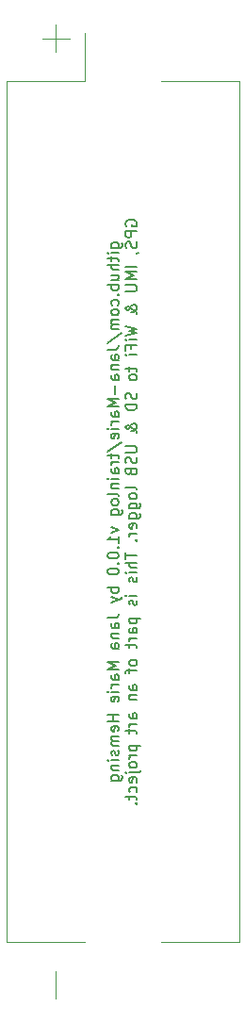
<source format=gbo>
G04 #@! TF.GenerationSoftware,KiCad,Pcbnew,6.0.2+dfsg-1*
G04 #@! TF.CreationDate,2022-06-20T13:27:44+02:00*
G04 #@! TF.ProjectId,trainlog,74726169-6e6c-46f6-972e-6b696361645f,rev?*
G04 #@! TF.SameCoordinates,Original*
G04 #@! TF.FileFunction,Legend,Bot*
G04 #@! TF.FilePolarity,Positive*
%FSLAX46Y46*%
G04 Gerber Fmt 4.6, Leading zero omitted, Abs format (unit mm)*
G04 Created by KiCad (PCBNEW 6.0.2+dfsg-1) date 2022-06-20 13:27:44*
%MOMM*%
%LPD*%
G01*
G04 APERTURE LIST*
%ADD10C,0.150000*%
%ADD11C,0.120000*%
G04 APERTURE END LIST*
D10*
X98980714Y-76309523D02*
X99790238Y-76309523D01*
X99885476Y-76261904D01*
X99933095Y-76214285D01*
X99980714Y-76119047D01*
X99980714Y-75976190D01*
X99933095Y-75880952D01*
X99599761Y-76309523D02*
X99647380Y-76214285D01*
X99647380Y-76023809D01*
X99599761Y-75928571D01*
X99552142Y-75880952D01*
X99456904Y-75833333D01*
X99171190Y-75833333D01*
X99075952Y-75880952D01*
X99028333Y-75928571D01*
X98980714Y-76023809D01*
X98980714Y-76214285D01*
X99028333Y-76309523D01*
X99647380Y-76785714D02*
X98980714Y-76785714D01*
X98647380Y-76785714D02*
X98695000Y-76738095D01*
X98742619Y-76785714D01*
X98695000Y-76833333D01*
X98647380Y-76785714D01*
X98742619Y-76785714D01*
X98980714Y-77119047D02*
X98980714Y-77500000D01*
X98647380Y-77261904D02*
X99504523Y-77261904D01*
X99599761Y-77309523D01*
X99647380Y-77404761D01*
X99647380Y-77500000D01*
X99647380Y-77833333D02*
X98647380Y-77833333D01*
X99647380Y-78261904D02*
X99123571Y-78261904D01*
X99028333Y-78214285D01*
X98980714Y-78119047D01*
X98980714Y-77976190D01*
X99028333Y-77880952D01*
X99075952Y-77833333D01*
X98980714Y-79166666D02*
X99647380Y-79166666D01*
X98980714Y-78738095D02*
X99504523Y-78738095D01*
X99599761Y-78785714D01*
X99647380Y-78880952D01*
X99647380Y-79023809D01*
X99599761Y-79119047D01*
X99552142Y-79166666D01*
X99647380Y-79642857D02*
X98647380Y-79642857D01*
X99028333Y-79642857D02*
X98980714Y-79738095D01*
X98980714Y-79928571D01*
X99028333Y-80023809D01*
X99075952Y-80071428D01*
X99171190Y-80119047D01*
X99456904Y-80119047D01*
X99552142Y-80071428D01*
X99599761Y-80023809D01*
X99647380Y-79928571D01*
X99647380Y-79738095D01*
X99599761Y-79642857D01*
X99552142Y-80547619D02*
X99599761Y-80595238D01*
X99647380Y-80547619D01*
X99599761Y-80500000D01*
X99552142Y-80547619D01*
X99647380Y-80547619D01*
X99599761Y-81452380D02*
X99647380Y-81357142D01*
X99647380Y-81166666D01*
X99599761Y-81071428D01*
X99552142Y-81023809D01*
X99456904Y-80976190D01*
X99171190Y-80976190D01*
X99075952Y-81023809D01*
X99028333Y-81071428D01*
X98980714Y-81166666D01*
X98980714Y-81357142D01*
X99028333Y-81452380D01*
X99647380Y-82023809D02*
X99599761Y-81928571D01*
X99552142Y-81880952D01*
X99456904Y-81833333D01*
X99171190Y-81833333D01*
X99075952Y-81880952D01*
X99028333Y-81928571D01*
X98980714Y-82023809D01*
X98980714Y-82166666D01*
X99028333Y-82261904D01*
X99075952Y-82309523D01*
X99171190Y-82357142D01*
X99456904Y-82357142D01*
X99552142Y-82309523D01*
X99599761Y-82261904D01*
X99647380Y-82166666D01*
X99647380Y-82023809D01*
X99647380Y-82785714D02*
X98980714Y-82785714D01*
X99075952Y-82785714D02*
X99028333Y-82833333D01*
X98980714Y-82928571D01*
X98980714Y-83071428D01*
X99028333Y-83166666D01*
X99123571Y-83214285D01*
X99647380Y-83214285D01*
X99123571Y-83214285D02*
X99028333Y-83261904D01*
X98980714Y-83357142D01*
X98980714Y-83500000D01*
X99028333Y-83595238D01*
X99123571Y-83642857D01*
X99647380Y-83642857D01*
X98599761Y-84833333D02*
X99885476Y-83976190D01*
X98647380Y-85452380D02*
X99361666Y-85452380D01*
X99504523Y-85404761D01*
X99599761Y-85309523D01*
X99647380Y-85166666D01*
X99647380Y-85071428D01*
X99647380Y-86357142D02*
X99123571Y-86357142D01*
X99028333Y-86309523D01*
X98980714Y-86214285D01*
X98980714Y-86023809D01*
X99028333Y-85928571D01*
X99599761Y-86357142D02*
X99647380Y-86261904D01*
X99647380Y-86023809D01*
X99599761Y-85928571D01*
X99504523Y-85880952D01*
X99409285Y-85880952D01*
X99314047Y-85928571D01*
X99266428Y-86023809D01*
X99266428Y-86261904D01*
X99218809Y-86357142D01*
X98980714Y-86833333D02*
X99647380Y-86833333D01*
X99075952Y-86833333D02*
X99028333Y-86880952D01*
X98980714Y-86976190D01*
X98980714Y-87119047D01*
X99028333Y-87214285D01*
X99123571Y-87261904D01*
X99647380Y-87261904D01*
X99647380Y-88166666D02*
X99123571Y-88166666D01*
X99028333Y-88119047D01*
X98980714Y-88023809D01*
X98980714Y-87833333D01*
X99028333Y-87738095D01*
X99599761Y-88166666D02*
X99647380Y-88071428D01*
X99647380Y-87833333D01*
X99599761Y-87738095D01*
X99504523Y-87690476D01*
X99409285Y-87690476D01*
X99314047Y-87738095D01*
X99266428Y-87833333D01*
X99266428Y-88071428D01*
X99218809Y-88166666D01*
X99266428Y-88642857D02*
X99266428Y-89404761D01*
X99647380Y-89880952D02*
X98647380Y-89880952D01*
X99361666Y-90214285D01*
X98647380Y-90547619D01*
X99647380Y-90547619D01*
X99647380Y-91452380D02*
X99123571Y-91452380D01*
X99028333Y-91404761D01*
X98980714Y-91309523D01*
X98980714Y-91119047D01*
X99028333Y-91023809D01*
X99599761Y-91452380D02*
X99647380Y-91357142D01*
X99647380Y-91119047D01*
X99599761Y-91023809D01*
X99504523Y-90976190D01*
X99409285Y-90976190D01*
X99314047Y-91023809D01*
X99266428Y-91119047D01*
X99266428Y-91357142D01*
X99218809Y-91452380D01*
X99647380Y-91928571D02*
X98980714Y-91928571D01*
X99171190Y-91928571D02*
X99075952Y-91976190D01*
X99028333Y-92023809D01*
X98980714Y-92119047D01*
X98980714Y-92214285D01*
X99647380Y-92547619D02*
X98980714Y-92547619D01*
X98647380Y-92547619D02*
X98695000Y-92500000D01*
X98742619Y-92547619D01*
X98695000Y-92595238D01*
X98647380Y-92547619D01*
X98742619Y-92547619D01*
X99599761Y-93404761D02*
X99647380Y-93309523D01*
X99647380Y-93119047D01*
X99599761Y-93023809D01*
X99504523Y-92976190D01*
X99123571Y-92976190D01*
X99028333Y-93023809D01*
X98980714Y-93119047D01*
X98980714Y-93309523D01*
X99028333Y-93404761D01*
X99123571Y-93452380D01*
X99218809Y-93452380D01*
X99314047Y-92976190D01*
X98599761Y-94595238D02*
X99885476Y-93738095D01*
X98980714Y-94785714D02*
X98980714Y-95166666D01*
X98647380Y-94928571D02*
X99504523Y-94928571D01*
X99599761Y-94976190D01*
X99647380Y-95071428D01*
X99647380Y-95166666D01*
X99647380Y-95500000D02*
X98980714Y-95500000D01*
X99171190Y-95500000D02*
X99075952Y-95547619D01*
X99028333Y-95595238D01*
X98980714Y-95690476D01*
X98980714Y-95785714D01*
X99647380Y-96547619D02*
X99123571Y-96547619D01*
X99028333Y-96500000D01*
X98980714Y-96404761D01*
X98980714Y-96214285D01*
X99028333Y-96119047D01*
X99599761Y-96547619D02*
X99647380Y-96452380D01*
X99647380Y-96214285D01*
X99599761Y-96119047D01*
X99504523Y-96071428D01*
X99409285Y-96071428D01*
X99314047Y-96119047D01*
X99266428Y-96214285D01*
X99266428Y-96452380D01*
X99218809Y-96547619D01*
X99647380Y-97023809D02*
X98980714Y-97023809D01*
X98647380Y-97023809D02*
X98695000Y-96976190D01*
X98742619Y-97023809D01*
X98695000Y-97071428D01*
X98647380Y-97023809D01*
X98742619Y-97023809D01*
X98980714Y-97500000D02*
X99647380Y-97500000D01*
X99075952Y-97500000D02*
X99028333Y-97547619D01*
X98980714Y-97642857D01*
X98980714Y-97785714D01*
X99028333Y-97880952D01*
X99123571Y-97928571D01*
X99647380Y-97928571D01*
X99647380Y-98547619D02*
X99599761Y-98452380D01*
X99504523Y-98404761D01*
X98647380Y-98404761D01*
X99647380Y-99071428D02*
X99599761Y-98976190D01*
X99552142Y-98928571D01*
X99456904Y-98880952D01*
X99171190Y-98880952D01*
X99075952Y-98928571D01*
X99028333Y-98976190D01*
X98980714Y-99071428D01*
X98980714Y-99214285D01*
X99028333Y-99309523D01*
X99075952Y-99357142D01*
X99171190Y-99404761D01*
X99456904Y-99404761D01*
X99552142Y-99357142D01*
X99599761Y-99309523D01*
X99647380Y-99214285D01*
X99647380Y-99071428D01*
X98980714Y-100261904D02*
X99790238Y-100261904D01*
X99885476Y-100214285D01*
X99933095Y-100166666D01*
X99980714Y-100071428D01*
X99980714Y-99928571D01*
X99933095Y-99833333D01*
X99599761Y-100261904D02*
X99647380Y-100166666D01*
X99647380Y-99976190D01*
X99599761Y-99880952D01*
X99552142Y-99833333D01*
X99456904Y-99785714D01*
X99171190Y-99785714D01*
X99075952Y-99833333D01*
X99028333Y-99880952D01*
X98980714Y-99976190D01*
X98980714Y-100166666D01*
X99028333Y-100261904D01*
X98980714Y-101404761D02*
X99647380Y-101642857D01*
X98980714Y-101880952D01*
X99647380Y-102785714D02*
X99647380Y-102214285D01*
X99647380Y-102500000D02*
X98647380Y-102500000D01*
X98790238Y-102404761D01*
X98885476Y-102309523D01*
X98933095Y-102214285D01*
X99552142Y-103214285D02*
X99599761Y-103261904D01*
X99647380Y-103214285D01*
X99599761Y-103166666D01*
X99552142Y-103214285D01*
X99647380Y-103214285D01*
X98647380Y-103880952D02*
X98647380Y-103976190D01*
X98695000Y-104071428D01*
X98742619Y-104119047D01*
X98837857Y-104166666D01*
X99028333Y-104214285D01*
X99266428Y-104214285D01*
X99456904Y-104166666D01*
X99552142Y-104119047D01*
X99599761Y-104071428D01*
X99647380Y-103976190D01*
X99647380Y-103880952D01*
X99599761Y-103785714D01*
X99552142Y-103738095D01*
X99456904Y-103690476D01*
X99266428Y-103642857D01*
X99028333Y-103642857D01*
X98837857Y-103690476D01*
X98742619Y-103738095D01*
X98695000Y-103785714D01*
X98647380Y-103880952D01*
X99552142Y-104642857D02*
X99599761Y-104690476D01*
X99647380Y-104642857D01*
X99599761Y-104595238D01*
X99552142Y-104642857D01*
X99647380Y-104642857D01*
X98647380Y-105309523D02*
X98647380Y-105404761D01*
X98695000Y-105500000D01*
X98742619Y-105547619D01*
X98837857Y-105595238D01*
X99028333Y-105642857D01*
X99266428Y-105642857D01*
X99456904Y-105595238D01*
X99552142Y-105547619D01*
X99599761Y-105500000D01*
X99647380Y-105404761D01*
X99647380Y-105309523D01*
X99599761Y-105214285D01*
X99552142Y-105166666D01*
X99456904Y-105119047D01*
X99266428Y-105071428D01*
X99028333Y-105071428D01*
X98837857Y-105119047D01*
X98742619Y-105166666D01*
X98695000Y-105214285D01*
X98647380Y-105309523D01*
X99647380Y-106833333D02*
X98647380Y-106833333D01*
X99028333Y-106833333D02*
X98980714Y-106928571D01*
X98980714Y-107119047D01*
X99028333Y-107214285D01*
X99075952Y-107261904D01*
X99171190Y-107309523D01*
X99456904Y-107309523D01*
X99552142Y-107261904D01*
X99599761Y-107214285D01*
X99647380Y-107119047D01*
X99647380Y-106928571D01*
X99599761Y-106833333D01*
X98980714Y-107642857D02*
X99647380Y-107880952D01*
X98980714Y-108119047D02*
X99647380Y-107880952D01*
X99885476Y-107785714D01*
X99933095Y-107738095D01*
X99980714Y-107642857D01*
X98647380Y-109547619D02*
X99361666Y-109547619D01*
X99504523Y-109499999D01*
X99599761Y-109404761D01*
X99647380Y-109261904D01*
X99647380Y-109166666D01*
X99647380Y-110452380D02*
X99123571Y-110452380D01*
X99028333Y-110404761D01*
X98980714Y-110309523D01*
X98980714Y-110119047D01*
X99028333Y-110023809D01*
X99599761Y-110452380D02*
X99647380Y-110357142D01*
X99647380Y-110119047D01*
X99599761Y-110023809D01*
X99504523Y-109976190D01*
X99409285Y-109976190D01*
X99314047Y-110023809D01*
X99266428Y-110119047D01*
X99266428Y-110357142D01*
X99218809Y-110452380D01*
X98980714Y-110928571D02*
X99647380Y-110928571D01*
X99075952Y-110928571D02*
X99028333Y-110976190D01*
X98980714Y-111071428D01*
X98980714Y-111214285D01*
X99028333Y-111309523D01*
X99123571Y-111357142D01*
X99647380Y-111357142D01*
X99647380Y-112261904D02*
X99123571Y-112261904D01*
X99028333Y-112214285D01*
X98980714Y-112119047D01*
X98980714Y-111928571D01*
X99028333Y-111833333D01*
X99599761Y-112261904D02*
X99647380Y-112166666D01*
X99647380Y-111928571D01*
X99599761Y-111833333D01*
X99504523Y-111785714D01*
X99409285Y-111785714D01*
X99314047Y-111833333D01*
X99266428Y-111928571D01*
X99266428Y-112166666D01*
X99218809Y-112261904D01*
X99647380Y-113499999D02*
X98647380Y-113499999D01*
X99361666Y-113833333D01*
X98647380Y-114166666D01*
X99647380Y-114166666D01*
X99647380Y-115071428D02*
X99123571Y-115071428D01*
X99028333Y-115023809D01*
X98980714Y-114928571D01*
X98980714Y-114738095D01*
X99028333Y-114642857D01*
X99599761Y-115071428D02*
X99647380Y-114976190D01*
X99647380Y-114738095D01*
X99599761Y-114642857D01*
X99504523Y-114595238D01*
X99409285Y-114595238D01*
X99314047Y-114642857D01*
X99266428Y-114738095D01*
X99266428Y-114976190D01*
X99218809Y-115071428D01*
X99647380Y-115547619D02*
X98980714Y-115547619D01*
X99171190Y-115547619D02*
X99075952Y-115595238D01*
X99028333Y-115642857D01*
X98980714Y-115738095D01*
X98980714Y-115833333D01*
X99647380Y-116166666D02*
X98980714Y-116166666D01*
X98647380Y-116166666D02*
X98695000Y-116119047D01*
X98742619Y-116166666D01*
X98695000Y-116214285D01*
X98647380Y-116166666D01*
X98742619Y-116166666D01*
X99599761Y-117023809D02*
X99647380Y-116928571D01*
X99647380Y-116738095D01*
X99599761Y-116642857D01*
X99504523Y-116595238D01*
X99123571Y-116595238D01*
X99028333Y-116642857D01*
X98980714Y-116738095D01*
X98980714Y-116928571D01*
X99028333Y-117023809D01*
X99123571Y-117071428D01*
X99218809Y-117071428D01*
X99314047Y-116595238D01*
X99647380Y-118261904D02*
X98647380Y-118261904D01*
X99123571Y-118261904D02*
X99123571Y-118833333D01*
X99647380Y-118833333D02*
X98647380Y-118833333D01*
X99599761Y-119690476D02*
X99647380Y-119595238D01*
X99647380Y-119404761D01*
X99599761Y-119309523D01*
X99504523Y-119261904D01*
X99123571Y-119261904D01*
X99028333Y-119309523D01*
X98980714Y-119404761D01*
X98980714Y-119595238D01*
X99028333Y-119690476D01*
X99123571Y-119738095D01*
X99218809Y-119738095D01*
X99314047Y-119261904D01*
X99647380Y-120166666D02*
X98980714Y-120166666D01*
X99075952Y-120166666D02*
X99028333Y-120214285D01*
X98980714Y-120309523D01*
X98980714Y-120452380D01*
X99028333Y-120547619D01*
X99123571Y-120595238D01*
X99647380Y-120595238D01*
X99123571Y-120595238D02*
X99028333Y-120642857D01*
X98980714Y-120738095D01*
X98980714Y-120880952D01*
X99028333Y-120976190D01*
X99123571Y-121023809D01*
X99647380Y-121023809D01*
X99599761Y-121452380D02*
X99647380Y-121547619D01*
X99647380Y-121738095D01*
X99599761Y-121833333D01*
X99504523Y-121880952D01*
X99456904Y-121880952D01*
X99361666Y-121833333D01*
X99314047Y-121738095D01*
X99314047Y-121595238D01*
X99266428Y-121499999D01*
X99171190Y-121452380D01*
X99123571Y-121452380D01*
X99028333Y-121499999D01*
X98980714Y-121595238D01*
X98980714Y-121738095D01*
X99028333Y-121833333D01*
X99647380Y-122309523D02*
X98980714Y-122309523D01*
X98647380Y-122309523D02*
X98695000Y-122261904D01*
X98742619Y-122309523D01*
X98695000Y-122357142D01*
X98647380Y-122309523D01*
X98742619Y-122309523D01*
X98980714Y-122785714D02*
X99647380Y-122785714D01*
X99075952Y-122785714D02*
X99028333Y-122833333D01*
X98980714Y-122928571D01*
X98980714Y-123071428D01*
X99028333Y-123166666D01*
X99123571Y-123214285D01*
X99647380Y-123214285D01*
X98980714Y-124119047D02*
X99790238Y-124119047D01*
X99885476Y-124071428D01*
X99933095Y-124023809D01*
X99980714Y-123928571D01*
X99980714Y-123785714D01*
X99933095Y-123690476D01*
X99599761Y-124119047D02*
X99647380Y-124023809D01*
X99647380Y-123833333D01*
X99599761Y-123738095D01*
X99552142Y-123690476D01*
X99456904Y-123642857D01*
X99171190Y-123642857D01*
X99075952Y-123690476D01*
X99028333Y-123738095D01*
X98980714Y-123833333D01*
X98980714Y-124023809D01*
X99028333Y-124119047D01*
X100305000Y-74333333D02*
X100257380Y-74238095D01*
X100257380Y-74095238D01*
X100305000Y-73952380D01*
X100400238Y-73857142D01*
X100495476Y-73809523D01*
X100685952Y-73761904D01*
X100828809Y-73761904D01*
X101019285Y-73809523D01*
X101114523Y-73857142D01*
X101209761Y-73952380D01*
X101257380Y-74095238D01*
X101257380Y-74190476D01*
X101209761Y-74333333D01*
X101162142Y-74380952D01*
X100828809Y-74380952D01*
X100828809Y-74190476D01*
X101257380Y-74809523D02*
X100257380Y-74809523D01*
X100257380Y-75190476D01*
X100305000Y-75285714D01*
X100352619Y-75333333D01*
X100447857Y-75380952D01*
X100590714Y-75380952D01*
X100685952Y-75333333D01*
X100733571Y-75285714D01*
X100781190Y-75190476D01*
X100781190Y-74809523D01*
X101209761Y-75761904D02*
X101257380Y-75904761D01*
X101257380Y-76142857D01*
X101209761Y-76238095D01*
X101162142Y-76285714D01*
X101066904Y-76333333D01*
X100971666Y-76333333D01*
X100876428Y-76285714D01*
X100828809Y-76238095D01*
X100781190Y-76142857D01*
X100733571Y-75952380D01*
X100685952Y-75857142D01*
X100638333Y-75809523D01*
X100543095Y-75761904D01*
X100447857Y-75761904D01*
X100352619Y-75809523D01*
X100305000Y-75857142D01*
X100257380Y-75952380D01*
X100257380Y-76190476D01*
X100305000Y-76333333D01*
X101209761Y-76809523D02*
X101257380Y-76809523D01*
X101352619Y-76761904D01*
X101400238Y-76714285D01*
X101257380Y-78000000D02*
X100257380Y-78000000D01*
X101257380Y-78476190D02*
X100257380Y-78476190D01*
X100971666Y-78809523D01*
X100257380Y-79142857D01*
X101257380Y-79142857D01*
X100257380Y-79619047D02*
X101066904Y-79619047D01*
X101162142Y-79666666D01*
X101209761Y-79714285D01*
X101257380Y-79809523D01*
X101257380Y-80000000D01*
X101209761Y-80095238D01*
X101162142Y-80142857D01*
X101066904Y-80190476D01*
X100257380Y-80190476D01*
X101257380Y-82238095D02*
X101257380Y-82190476D01*
X101209761Y-82095238D01*
X101066904Y-81952380D01*
X100781190Y-81714285D01*
X100638333Y-81619047D01*
X100495476Y-81571428D01*
X100400238Y-81571428D01*
X100305000Y-81619047D01*
X100257380Y-81714285D01*
X100257380Y-81761904D01*
X100305000Y-81857142D01*
X100400238Y-81904761D01*
X100447857Y-81904761D01*
X100543095Y-81857142D01*
X100590714Y-81809523D01*
X100781190Y-81523809D01*
X100828809Y-81476190D01*
X100924047Y-81428571D01*
X101066904Y-81428571D01*
X101162142Y-81476190D01*
X101209761Y-81523809D01*
X101257380Y-81619047D01*
X101257380Y-81761904D01*
X101209761Y-81857142D01*
X101162142Y-81904761D01*
X100971666Y-82047619D01*
X100828809Y-82095238D01*
X100733571Y-82095238D01*
X100257380Y-83333333D02*
X101257380Y-83571428D01*
X100543095Y-83761904D01*
X101257380Y-83952380D01*
X100257380Y-84190476D01*
X101257380Y-84571428D02*
X100590714Y-84571428D01*
X100257380Y-84571428D02*
X100305000Y-84523809D01*
X100352619Y-84571428D01*
X100305000Y-84619047D01*
X100257380Y-84571428D01*
X100352619Y-84571428D01*
X100733571Y-85380952D02*
X100733571Y-85047619D01*
X101257380Y-85047619D02*
X100257380Y-85047619D01*
X100257380Y-85523809D01*
X101257380Y-85904761D02*
X100590714Y-85904761D01*
X100257380Y-85904761D02*
X100305000Y-85857142D01*
X100352619Y-85904761D01*
X100305000Y-85952380D01*
X100257380Y-85904761D01*
X100352619Y-85904761D01*
X100590714Y-87000000D02*
X100590714Y-87380952D01*
X100257380Y-87142857D02*
X101114523Y-87142857D01*
X101209761Y-87190476D01*
X101257380Y-87285714D01*
X101257380Y-87380952D01*
X101257380Y-87857142D02*
X101209761Y-87761904D01*
X101162142Y-87714285D01*
X101066904Y-87666666D01*
X100781190Y-87666666D01*
X100685952Y-87714285D01*
X100638333Y-87761904D01*
X100590714Y-87857142D01*
X100590714Y-88000000D01*
X100638333Y-88095238D01*
X100685952Y-88142857D01*
X100781190Y-88190476D01*
X101066904Y-88190476D01*
X101162142Y-88142857D01*
X101209761Y-88095238D01*
X101257380Y-88000000D01*
X101257380Y-87857142D01*
X101209761Y-89333333D02*
X101257380Y-89476190D01*
X101257380Y-89714285D01*
X101209761Y-89809523D01*
X101162142Y-89857142D01*
X101066904Y-89904761D01*
X100971666Y-89904761D01*
X100876428Y-89857142D01*
X100828809Y-89809523D01*
X100781190Y-89714285D01*
X100733571Y-89523809D01*
X100685952Y-89428571D01*
X100638333Y-89380952D01*
X100543095Y-89333333D01*
X100447857Y-89333333D01*
X100352619Y-89380952D01*
X100305000Y-89428571D01*
X100257380Y-89523809D01*
X100257380Y-89761904D01*
X100305000Y-89904761D01*
X101257380Y-90333333D02*
X100257380Y-90333333D01*
X100257380Y-90571428D01*
X100305000Y-90714285D01*
X100400238Y-90809523D01*
X100495476Y-90857142D01*
X100685952Y-90904761D01*
X100828809Y-90904761D01*
X101019285Y-90857142D01*
X101114523Y-90809523D01*
X101209761Y-90714285D01*
X101257380Y-90571428D01*
X101257380Y-90333333D01*
X101257380Y-92904761D02*
X101257380Y-92857142D01*
X101209761Y-92761904D01*
X101066904Y-92619047D01*
X100781190Y-92380952D01*
X100638333Y-92285714D01*
X100495476Y-92238095D01*
X100400238Y-92238095D01*
X100305000Y-92285714D01*
X100257380Y-92380952D01*
X100257380Y-92428571D01*
X100305000Y-92523809D01*
X100400238Y-92571428D01*
X100447857Y-92571428D01*
X100543095Y-92523809D01*
X100590714Y-92476190D01*
X100781190Y-92190476D01*
X100828809Y-92142857D01*
X100924047Y-92095238D01*
X101066904Y-92095238D01*
X101162142Y-92142857D01*
X101209761Y-92190476D01*
X101257380Y-92285714D01*
X101257380Y-92428571D01*
X101209761Y-92523809D01*
X101162142Y-92571428D01*
X100971666Y-92714285D01*
X100828809Y-92761904D01*
X100733571Y-92761904D01*
X100257380Y-94095238D02*
X101066904Y-94095238D01*
X101162142Y-94142857D01*
X101209761Y-94190476D01*
X101257380Y-94285714D01*
X101257380Y-94476190D01*
X101209761Y-94571428D01*
X101162142Y-94619047D01*
X101066904Y-94666666D01*
X100257380Y-94666666D01*
X101209761Y-95095238D02*
X101257380Y-95238095D01*
X101257380Y-95476190D01*
X101209761Y-95571428D01*
X101162142Y-95619047D01*
X101066904Y-95666666D01*
X100971666Y-95666666D01*
X100876428Y-95619047D01*
X100828809Y-95571428D01*
X100781190Y-95476190D01*
X100733571Y-95285714D01*
X100685952Y-95190476D01*
X100638333Y-95142857D01*
X100543095Y-95095238D01*
X100447857Y-95095238D01*
X100352619Y-95142857D01*
X100305000Y-95190476D01*
X100257380Y-95285714D01*
X100257380Y-95523809D01*
X100305000Y-95666666D01*
X100733571Y-96428571D02*
X100781190Y-96571428D01*
X100828809Y-96619047D01*
X100924047Y-96666666D01*
X101066904Y-96666666D01*
X101162142Y-96619047D01*
X101209761Y-96571428D01*
X101257380Y-96476190D01*
X101257380Y-96095238D01*
X100257380Y-96095238D01*
X100257380Y-96428571D01*
X100305000Y-96523809D01*
X100352619Y-96571428D01*
X100447857Y-96619047D01*
X100543095Y-96619047D01*
X100638333Y-96571428D01*
X100685952Y-96523809D01*
X100733571Y-96428571D01*
X100733571Y-96095238D01*
X101257380Y-98000000D02*
X101209761Y-97904761D01*
X101114523Y-97857142D01*
X100257380Y-97857142D01*
X101257380Y-98523809D02*
X101209761Y-98428571D01*
X101162142Y-98380952D01*
X101066904Y-98333333D01*
X100781190Y-98333333D01*
X100685952Y-98380952D01*
X100638333Y-98428571D01*
X100590714Y-98523809D01*
X100590714Y-98666666D01*
X100638333Y-98761904D01*
X100685952Y-98809523D01*
X100781190Y-98857142D01*
X101066904Y-98857142D01*
X101162142Y-98809523D01*
X101209761Y-98761904D01*
X101257380Y-98666666D01*
X101257380Y-98523809D01*
X100590714Y-99714285D02*
X101400238Y-99714285D01*
X101495476Y-99666666D01*
X101543095Y-99619047D01*
X101590714Y-99523809D01*
X101590714Y-99380952D01*
X101543095Y-99285714D01*
X101209761Y-99714285D02*
X101257380Y-99619047D01*
X101257380Y-99428571D01*
X101209761Y-99333333D01*
X101162142Y-99285714D01*
X101066904Y-99238095D01*
X100781190Y-99238095D01*
X100685952Y-99285714D01*
X100638333Y-99333333D01*
X100590714Y-99428571D01*
X100590714Y-99619047D01*
X100638333Y-99714285D01*
X100590714Y-100619047D02*
X101400238Y-100619047D01*
X101495476Y-100571428D01*
X101543095Y-100523809D01*
X101590714Y-100428571D01*
X101590714Y-100285714D01*
X101543095Y-100190476D01*
X101209761Y-100619047D02*
X101257380Y-100523809D01*
X101257380Y-100333333D01*
X101209761Y-100238095D01*
X101162142Y-100190476D01*
X101066904Y-100142857D01*
X100781190Y-100142857D01*
X100685952Y-100190476D01*
X100638333Y-100238095D01*
X100590714Y-100333333D01*
X100590714Y-100523809D01*
X100638333Y-100619047D01*
X101209761Y-101476190D02*
X101257380Y-101380952D01*
X101257380Y-101190476D01*
X101209761Y-101095238D01*
X101114523Y-101047619D01*
X100733571Y-101047619D01*
X100638333Y-101095238D01*
X100590714Y-101190476D01*
X100590714Y-101380952D01*
X100638333Y-101476190D01*
X100733571Y-101523809D01*
X100828809Y-101523809D01*
X100924047Y-101047619D01*
X101257380Y-101952380D02*
X100590714Y-101952380D01*
X100781190Y-101952380D02*
X100685952Y-102000000D01*
X100638333Y-102047619D01*
X100590714Y-102142857D01*
X100590714Y-102238095D01*
X101162142Y-102571428D02*
X101209761Y-102619047D01*
X101257380Y-102571428D01*
X101209761Y-102523809D01*
X101162142Y-102571428D01*
X101257380Y-102571428D01*
X100257380Y-103666666D02*
X100257380Y-104238095D01*
X101257380Y-103952380D02*
X100257380Y-103952380D01*
X101257380Y-104571428D02*
X100257380Y-104571428D01*
X101257380Y-105000000D02*
X100733571Y-105000000D01*
X100638333Y-104952380D01*
X100590714Y-104857142D01*
X100590714Y-104714285D01*
X100638333Y-104619047D01*
X100685952Y-104571428D01*
X101257380Y-105476190D02*
X100590714Y-105476190D01*
X100257380Y-105476190D02*
X100305000Y-105428571D01*
X100352619Y-105476190D01*
X100305000Y-105523809D01*
X100257380Y-105476190D01*
X100352619Y-105476190D01*
X101209761Y-105904761D02*
X101257380Y-106000000D01*
X101257380Y-106190476D01*
X101209761Y-106285714D01*
X101114523Y-106333333D01*
X101066904Y-106333333D01*
X100971666Y-106285714D01*
X100924047Y-106190476D01*
X100924047Y-106047619D01*
X100876428Y-105952380D01*
X100781190Y-105904761D01*
X100733571Y-105904761D01*
X100638333Y-105952380D01*
X100590714Y-106047619D01*
X100590714Y-106190476D01*
X100638333Y-106285714D01*
X101257380Y-107523809D02*
X100590714Y-107523809D01*
X100257380Y-107523809D02*
X100305000Y-107476190D01*
X100352619Y-107523809D01*
X100305000Y-107571428D01*
X100257380Y-107523809D01*
X100352619Y-107523809D01*
X101209761Y-107952380D02*
X101257380Y-108047619D01*
X101257380Y-108238095D01*
X101209761Y-108333333D01*
X101114523Y-108380952D01*
X101066904Y-108380952D01*
X100971666Y-108333333D01*
X100924047Y-108238095D01*
X100924047Y-108095238D01*
X100876428Y-108000000D01*
X100781190Y-107952380D01*
X100733571Y-107952380D01*
X100638333Y-108000000D01*
X100590714Y-108095238D01*
X100590714Y-108238095D01*
X100638333Y-108333333D01*
X100590714Y-109571428D02*
X101590714Y-109571428D01*
X100638333Y-109571428D02*
X100590714Y-109666666D01*
X100590714Y-109857142D01*
X100638333Y-109952380D01*
X100685952Y-110000000D01*
X100781190Y-110047619D01*
X101066904Y-110047619D01*
X101162142Y-110000000D01*
X101209761Y-109952380D01*
X101257380Y-109857142D01*
X101257380Y-109666666D01*
X101209761Y-109571428D01*
X101257380Y-110904761D02*
X100733571Y-110904761D01*
X100638333Y-110857142D01*
X100590714Y-110761904D01*
X100590714Y-110571428D01*
X100638333Y-110476190D01*
X101209761Y-110904761D02*
X101257380Y-110809523D01*
X101257380Y-110571428D01*
X101209761Y-110476190D01*
X101114523Y-110428571D01*
X101019285Y-110428571D01*
X100924047Y-110476190D01*
X100876428Y-110571428D01*
X100876428Y-110809523D01*
X100828809Y-110904761D01*
X101257380Y-111380952D02*
X100590714Y-111380952D01*
X100781190Y-111380952D02*
X100685952Y-111428571D01*
X100638333Y-111476190D01*
X100590714Y-111571428D01*
X100590714Y-111666666D01*
X100590714Y-111857142D02*
X100590714Y-112238095D01*
X100257380Y-112000000D02*
X101114523Y-112000000D01*
X101209761Y-112047619D01*
X101257380Y-112142857D01*
X101257380Y-112238095D01*
X101257380Y-113476190D02*
X101209761Y-113380952D01*
X101162142Y-113333333D01*
X101066904Y-113285714D01*
X100781190Y-113285714D01*
X100685952Y-113333333D01*
X100638333Y-113380952D01*
X100590714Y-113476190D01*
X100590714Y-113619047D01*
X100638333Y-113714285D01*
X100685952Y-113761904D01*
X100781190Y-113809523D01*
X101066904Y-113809523D01*
X101162142Y-113761904D01*
X101209761Y-113714285D01*
X101257380Y-113619047D01*
X101257380Y-113476190D01*
X100590714Y-114095238D02*
X100590714Y-114476190D01*
X101257380Y-114238095D02*
X100400238Y-114238095D01*
X100305000Y-114285714D01*
X100257380Y-114380952D01*
X100257380Y-114476190D01*
X101257380Y-116000000D02*
X100733571Y-116000000D01*
X100638333Y-115952380D01*
X100590714Y-115857142D01*
X100590714Y-115666666D01*
X100638333Y-115571428D01*
X101209761Y-116000000D02*
X101257380Y-115904761D01*
X101257380Y-115666666D01*
X101209761Y-115571428D01*
X101114523Y-115523809D01*
X101019285Y-115523809D01*
X100924047Y-115571428D01*
X100876428Y-115666666D01*
X100876428Y-115904761D01*
X100828809Y-116000000D01*
X100590714Y-116476190D02*
X101257380Y-116476190D01*
X100685952Y-116476190D02*
X100638333Y-116523809D01*
X100590714Y-116619047D01*
X100590714Y-116761904D01*
X100638333Y-116857142D01*
X100733571Y-116904761D01*
X101257380Y-116904761D01*
X101257380Y-118571428D02*
X100733571Y-118571428D01*
X100638333Y-118523809D01*
X100590714Y-118428571D01*
X100590714Y-118238095D01*
X100638333Y-118142857D01*
X101209761Y-118571428D02*
X101257380Y-118476190D01*
X101257380Y-118238095D01*
X101209761Y-118142857D01*
X101114523Y-118095238D01*
X101019285Y-118095238D01*
X100924047Y-118142857D01*
X100876428Y-118238095D01*
X100876428Y-118476190D01*
X100828809Y-118571428D01*
X101257380Y-119047619D02*
X100590714Y-119047619D01*
X100781190Y-119047619D02*
X100685952Y-119095238D01*
X100638333Y-119142857D01*
X100590714Y-119238095D01*
X100590714Y-119333333D01*
X100590714Y-119523809D02*
X100590714Y-119904761D01*
X100257380Y-119666666D02*
X101114523Y-119666666D01*
X101209761Y-119714285D01*
X101257380Y-119809523D01*
X101257380Y-119904761D01*
X100590714Y-121000000D02*
X101590714Y-121000000D01*
X100638333Y-121000000D02*
X100590714Y-121095238D01*
X100590714Y-121285714D01*
X100638333Y-121380952D01*
X100685952Y-121428571D01*
X100781190Y-121476190D01*
X101066904Y-121476190D01*
X101162142Y-121428571D01*
X101209761Y-121380952D01*
X101257380Y-121285714D01*
X101257380Y-121095238D01*
X101209761Y-121000000D01*
X101257380Y-121904761D02*
X100590714Y-121904761D01*
X100781190Y-121904761D02*
X100685952Y-121952380D01*
X100638333Y-122000000D01*
X100590714Y-122095238D01*
X100590714Y-122190476D01*
X101257380Y-122666666D02*
X101209761Y-122571428D01*
X101162142Y-122523809D01*
X101066904Y-122476190D01*
X100781190Y-122476190D01*
X100685952Y-122523809D01*
X100638333Y-122571428D01*
X100590714Y-122666666D01*
X100590714Y-122809523D01*
X100638333Y-122904761D01*
X100685952Y-122952380D01*
X100781190Y-123000000D01*
X101066904Y-123000000D01*
X101162142Y-122952380D01*
X101209761Y-122904761D01*
X101257380Y-122809523D01*
X101257380Y-122666666D01*
X100590714Y-123428571D02*
X101447857Y-123428571D01*
X101543095Y-123380952D01*
X101590714Y-123285714D01*
X101590714Y-123238095D01*
X100257380Y-123428571D02*
X100305000Y-123380952D01*
X100352619Y-123428571D01*
X100305000Y-123476190D01*
X100257380Y-123428571D01*
X100352619Y-123428571D01*
X101209761Y-124285714D02*
X101257380Y-124190476D01*
X101257380Y-124000000D01*
X101209761Y-123904761D01*
X101114523Y-123857142D01*
X100733571Y-123857142D01*
X100638333Y-123904761D01*
X100590714Y-124000000D01*
X100590714Y-124190476D01*
X100638333Y-124285714D01*
X100733571Y-124333333D01*
X100828809Y-124333333D01*
X100924047Y-123857142D01*
X101209761Y-125190476D02*
X101257380Y-125095238D01*
X101257380Y-124904761D01*
X101209761Y-124809523D01*
X101162142Y-124761904D01*
X101066904Y-124714285D01*
X100781190Y-124714285D01*
X100685952Y-124761904D01*
X100638333Y-124809523D01*
X100590714Y-124904761D01*
X100590714Y-125095238D01*
X100638333Y-125190476D01*
X100590714Y-125476190D02*
X100590714Y-125857142D01*
X100257380Y-125619047D02*
X101114523Y-125619047D01*
X101209761Y-125666666D01*
X101257380Y-125761904D01*
X101257380Y-125857142D01*
X101162142Y-126190476D02*
X101209761Y-126238095D01*
X101257380Y-126190476D01*
X101209761Y-126142857D01*
X101162142Y-126190476D01*
X101257380Y-126190476D01*
D11*
G04 #@! TO.C,BT1*
X94000000Y-56250000D02*
X94000000Y-58750000D01*
X94000000Y-143750000D02*
X94000000Y-141250000D01*
X89560000Y-61360000D02*
X96560000Y-61360000D01*
X110440000Y-61360000D02*
X103440000Y-61360000D01*
X110440000Y-138640000D02*
X110440000Y-61360000D01*
X96560000Y-138640000D02*
X89580000Y-138640000D01*
X89560000Y-138640000D02*
X89560000Y-61360000D01*
X103440000Y-138640000D02*
X110440000Y-138640000D01*
X96560000Y-61360000D02*
X96560000Y-57000000D01*
X95250000Y-57500000D02*
X92750000Y-57500000D01*
G04 #@! TD*
M02*

</source>
